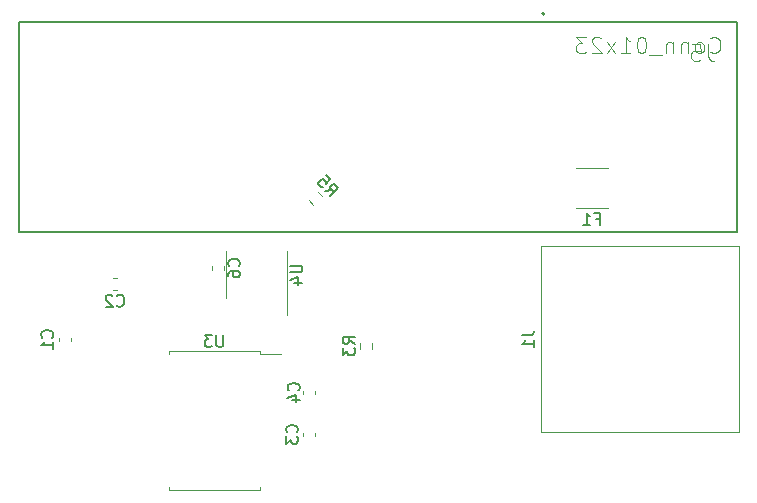
<source format=gbr>
%TF.GenerationSoftware,KiCad,Pcbnew,5.1.7-a382d34a8~88~ubuntu18.04.1*%
%TF.CreationDate,2021-02-25T09:30:43-05:00*%
%TF.ProjectId,DaqBoard,44617142-6f61-4726-942e-6b696361645f,rev?*%
%TF.SameCoordinates,Original*%
%TF.FileFunction,Legend,Bot*%
%TF.FilePolarity,Positive*%
%FSLAX46Y46*%
G04 Gerber Fmt 4.6, Leading zero omitted, Abs format (unit mm)*
G04 Created by KiCad (PCBNEW 5.1.7-a382d34a8~88~ubuntu18.04.1) date 2021-02-25 09:30:43*
%MOMM*%
%LPD*%
G01*
G04 APERTURE LIST*
%ADD10C,0.120000*%
%ADD11C,0.200000*%
%ADD12C,0.127000*%
%ADD13C,0.150000*%
%ADD14C,0.050000*%
G04 APERTURE END LIST*
D10*
%TO.C,C1*%
X116207000Y-97744233D02*
X116207000Y-98036767D01*
X115187000Y-97744233D02*
X115187000Y-98036767D01*
D11*
%TO.C,J5*%
X156310000Y-70325000D02*
G75*
G03*
X156310000Y-70325000I-100000J0D01*
G01*
D12*
X111810000Y-88825000D02*
X111810000Y-70975000D01*
X172610000Y-70975000D02*
X172610000Y-88825000D01*
X111810000Y-70975000D02*
X172610000Y-70975000D01*
X111810000Y-88825000D02*
X172610000Y-88825000D01*
D10*
%TO.C,J1*%
X172750800Y-90011200D02*
X172750800Y-105731200D01*
X172750800Y-105731200D02*
X156010800Y-105731200D01*
X172750800Y-90001200D02*
X156010800Y-90001200D01*
X156010800Y-90001200D02*
X156010800Y-105731200D01*
%TO.C,U4*%
X134513000Y-92391000D02*
X134513000Y-95841000D01*
X134513000Y-92391000D02*
X134513000Y-90441000D01*
X129393000Y-92391000D02*
X129393000Y-94341000D01*
X129393000Y-92391000D02*
X129393000Y-90441000D01*
%TO.C,U3*%
X132208000Y-99135000D02*
X134023000Y-99135000D01*
X132208000Y-98890000D02*
X132208000Y-99135000D01*
X128348000Y-98890000D02*
X132208000Y-98890000D01*
X124488000Y-98890000D02*
X124488000Y-99135000D01*
X128348000Y-98890000D02*
X124488000Y-98890000D01*
X132208000Y-110660000D02*
X132208000Y-110415000D01*
X128348000Y-110660000D02*
X132208000Y-110660000D01*
X124488000Y-110660000D02*
X124488000Y-110415000D01*
X128348000Y-110660000D02*
X124488000Y-110660000D01*
%TO.C,R5*%
X136731819Y-86467545D02*
X136371585Y-86107311D01*
X137470745Y-85728619D02*
X137110511Y-85368385D01*
%TO.C,R3*%
X141746500Y-98193776D02*
X141746500Y-98703224D01*
X140701500Y-98193776D02*
X140701500Y-98703224D01*
%TO.C,F1*%
X158948748Y-83380000D02*
X161721252Y-83380000D01*
X158948748Y-86800000D02*
X161721252Y-86800000D01*
%TO.C,C6*%
X128141000Y-91993767D02*
X128141000Y-91701233D01*
X129161000Y-91993767D02*
X129161000Y-91701233D01*
%TO.C,C4*%
X136908000Y-102242233D02*
X136908000Y-102534767D01*
X135888000Y-102242233D02*
X135888000Y-102534767D01*
%TO.C,C3*%
X135888000Y-106064267D02*
X135888000Y-105771733D01*
X136908000Y-106064267D02*
X136908000Y-105771733D01*
%TO.C,C2*%
X119791433Y-92708000D02*
X120083967Y-92708000D01*
X119791433Y-93728000D02*
X120083967Y-93728000D01*
%TO.C,C1*%
D13*
X114624142Y-97723833D02*
X114671761Y-97676214D01*
X114719380Y-97533357D01*
X114719380Y-97438119D01*
X114671761Y-97295261D01*
X114576523Y-97200023D01*
X114481285Y-97152404D01*
X114290809Y-97104785D01*
X114147952Y-97104785D01*
X113957476Y-97152404D01*
X113862238Y-97200023D01*
X113767000Y-97295261D01*
X113719380Y-97438119D01*
X113719380Y-97533357D01*
X113767000Y-97676214D01*
X113814619Y-97723833D01*
X114719380Y-98676214D02*
X114719380Y-98104785D01*
X114719380Y-98390500D02*
X113719380Y-98390500D01*
X113862238Y-98295261D01*
X113957476Y-98200023D01*
X114005095Y-98104785D01*
%TO.C,J5*%
D14*
X170139066Y-72892676D02*
X170139066Y-73893533D01*
X170205790Y-74093704D01*
X170339238Y-74227152D01*
X170539409Y-74293876D01*
X170672857Y-74293876D01*
X168804590Y-72892676D02*
X169471828Y-72892676D01*
X169538552Y-73559914D01*
X169471828Y-73493190D01*
X169338380Y-73426466D01*
X169004761Y-73426466D01*
X168871314Y-73493190D01*
X168804590Y-73559914D01*
X168737866Y-73693361D01*
X168737866Y-74026980D01*
X168804590Y-74160428D01*
X168871314Y-74227152D01*
X169004761Y-74293876D01*
X169338380Y-74293876D01*
X169471828Y-74227152D01*
X169538552Y-74160428D01*
X170341594Y-73525789D02*
X170408366Y-73592561D01*
X170608682Y-73659333D01*
X170742225Y-73659333D01*
X170942541Y-73592561D01*
X171076085Y-73459017D01*
X171142857Y-73325473D01*
X171209629Y-73058385D01*
X171209629Y-72858070D01*
X171142857Y-72590982D01*
X171076085Y-72457438D01*
X170942541Y-72323895D01*
X170742225Y-72257123D01*
X170608682Y-72257123D01*
X170408366Y-72323895D01*
X170341594Y-72390666D01*
X169540331Y-73659333D02*
X169673875Y-73592561D01*
X169740647Y-73525789D01*
X169807419Y-73392245D01*
X169807419Y-72991614D01*
X169740647Y-72858070D01*
X169673875Y-72791298D01*
X169540331Y-72724526D01*
X169340015Y-72724526D01*
X169206472Y-72791298D01*
X169139700Y-72858070D01*
X169072928Y-72991614D01*
X169072928Y-73392245D01*
X169139700Y-73525789D01*
X169206472Y-73592561D01*
X169340015Y-73659333D01*
X169540331Y-73659333D01*
X168471981Y-72724526D02*
X168471981Y-73659333D01*
X168471981Y-72858070D02*
X168405209Y-72791298D01*
X168271665Y-72724526D01*
X168071349Y-72724526D01*
X167937805Y-72791298D01*
X167871034Y-72924842D01*
X167871034Y-73659333D01*
X167203315Y-72724526D02*
X167203315Y-73659333D01*
X167203315Y-72858070D02*
X167136543Y-72791298D01*
X167002999Y-72724526D01*
X166802683Y-72724526D01*
X166669139Y-72791298D01*
X166602367Y-72924842D01*
X166602367Y-73659333D01*
X166268508Y-73792876D02*
X165200157Y-73792876D01*
X164599210Y-72257123D02*
X164465666Y-72257123D01*
X164332123Y-72323895D01*
X164265351Y-72390666D01*
X164198579Y-72524210D01*
X164131807Y-72791298D01*
X164131807Y-73125157D01*
X164198579Y-73392245D01*
X164265351Y-73525789D01*
X164332123Y-73592561D01*
X164465666Y-73659333D01*
X164599210Y-73659333D01*
X164732754Y-73592561D01*
X164799526Y-73525789D01*
X164866298Y-73392245D01*
X164933070Y-73125157D01*
X164933070Y-72791298D01*
X164866298Y-72524210D01*
X164799526Y-72390666D01*
X164732754Y-72323895D01*
X164599210Y-72257123D01*
X162796369Y-73659333D02*
X163597632Y-73659333D01*
X163197000Y-73659333D02*
X163197000Y-72257123D01*
X163330544Y-72457438D01*
X163464088Y-72590982D01*
X163597632Y-72657754D01*
X162328965Y-73659333D02*
X161594475Y-72724526D01*
X162328965Y-72724526D02*
X161594475Y-73659333D01*
X161127071Y-72390666D02*
X161060299Y-72323895D01*
X160926755Y-72257123D01*
X160592896Y-72257123D01*
X160459352Y-72323895D01*
X160392580Y-72390666D01*
X160325808Y-72524210D01*
X160325808Y-72657754D01*
X160392580Y-72858070D01*
X161193843Y-73659333D01*
X160325808Y-73659333D01*
X159858405Y-72257123D02*
X158990370Y-72257123D01*
X159457774Y-72791298D01*
X159257458Y-72791298D01*
X159123914Y-72858070D01*
X159057142Y-72924842D01*
X158990370Y-73058385D01*
X158990370Y-73392245D01*
X159057142Y-73525789D01*
X159123914Y-73592561D01*
X159257458Y-73659333D01*
X159658089Y-73659333D01*
X159791633Y-73592561D01*
X159858405Y-73525789D01*
%TO.C,J1*%
D13*
X154413180Y-97527866D02*
X155127466Y-97527866D01*
X155270323Y-97480247D01*
X155365561Y-97385009D01*
X155413180Y-97242152D01*
X155413180Y-97146914D01*
X155413180Y-98527866D02*
X155413180Y-97956438D01*
X155413180Y-98242152D02*
X154413180Y-98242152D01*
X154556038Y-98146914D01*
X154651276Y-98051676D01*
X154698895Y-97956438D01*
%TO.C,U4*%
X134805380Y-91629095D02*
X135614904Y-91629095D01*
X135710142Y-91676714D01*
X135757761Y-91724333D01*
X135805380Y-91819571D01*
X135805380Y-92010047D01*
X135757761Y-92105285D01*
X135710142Y-92152904D01*
X135614904Y-92200523D01*
X134805380Y-92200523D01*
X135138714Y-93105285D02*
X135805380Y-93105285D01*
X134757761Y-92867190D02*
X135472047Y-92629095D01*
X135472047Y-93248142D01*
%TO.C,U3*%
X129109904Y-97507380D02*
X129109904Y-98316904D01*
X129062285Y-98412142D01*
X129014666Y-98459761D01*
X128919428Y-98507380D01*
X128728952Y-98507380D01*
X128633714Y-98459761D01*
X128586095Y-98412142D01*
X128538476Y-98316904D01*
X128538476Y-97507380D01*
X128157523Y-97507380D02*
X127538476Y-97507380D01*
X127871809Y-97888333D01*
X127728952Y-97888333D01*
X127633714Y-97935952D01*
X127586095Y-97983571D01*
X127538476Y-98078809D01*
X127538476Y-98316904D01*
X127586095Y-98412142D01*
X127633714Y-98459761D01*
X127728952Y-98507380D01*
X128014666Y-98507380D01*
X128109904Y-98459761D01*
X128157523Y-98412142D01*
%TO.C,R5*%
X137730297Y-85344534D02*
X138302717Y-85243519D01*
X138134358Y-85748595D02*
X138841465Y-85041489D01*
X138572091Y-84772114D01*
X138471076Y-84738443D01*
X138403732Y-84738443D01*
X138302717Y-84772114D01*
X138201702Y-84873130D01*
X138168030Y-84974145D01*
X138168030Y-85041489D01*
X138201702Y-85142504D01*
X138471076Y-85411878D01*
X137797640Y-83997664D02*
X138134358Y-84334382D01*
X137831312Y-84704771D01*
X137831312Y-84637427D01*
X137797640Y-84536412D01*
X137629282Y-84368053D01*
X137528266Y-84334382D01*
X137460923Y-84334382D01*
X137359908Y-84368053D01*
X137191549Y-84536412D01*
X137157877Y-84637427D01*
X137157877Y-84704771D01*
X137191549Y-84805786D01*
X137359908Y-84974145D01*
X137460923Y-85007817D01*
X137528266Y-85007817D01*
%TO.C,R3*%
X140246380Y-98258333D02*
X139770190Y-97925000D01*
X140246380Y-97686904D02*
X139246380Y-97686904D01*
X139246380Y-98067857D01*
X139294000Y-98163095D01*
X139341619Y-98210714D01*
X139436857Y-98258333D01*
X139579714Y-98258333D01*
X139674952Y-98210714D01*
X139722571Y-98163095D01*
X139770190Y-98067857D01*
X139770190Y-97686904D01*
X139246380Y-98591666D02*
X139246380Y-99210714D01*
X139627333Y-98877380D01*
X139627333Y-99020238D01*
X139674952Y-99115476D01*
X139722571Y-99163095D01*
X139817809Y-99210714D01*
X140055904Y-99210714D01*
X140151142Y-99163095D01*
X140198761Y-99115476D01*
X140246380Y-99020238D01*
X140246380Y-98734523D01*
X140198761Y-98639285D01*
X140151142Y-98591666D01*
%TO.C,F1*%
X160668333Y-87668571D02*
X161001666Y-87668571D01*
X161001666Y-88192380D02*
X161001666Y-87192380D01*
X160525476Y-87192380D01*
X159620714Y-88192380D02*
X160192142Y-88192380D01*
X159906428Y-88192380D02*
X159906428Y-87192380D01*
X160001666Y-87335238D01*
X160096904Y-87430476D01*
X160192142Y-87478095D01*
%TO.C,C6*%
X130438142Y-91680833D02*
X130485761Y-91633214D01*
X130533380Y-91490357D01*
X130533380Y-91395119D01*
X130485761Y-91252261D01*
X130390523Y-91157023D01*
X130295285Y-91109404D01*
X130104809Y-91061785D01*
X129961952Y-91061785D01*
X129771476Y-91109404D01*
X129676238Y-91157023D01*
X129581000Y-91252261D01*
X129533380Y-91395119D01*
X129533380Y-91490357D01*
X129581000Y-91633214D01*
X129628619Y-91680833D01*
X129533380Y-92537976D02*
X129533380Y-92347500D01*
X129581000Y-92252261D01*
X129628619Y-92204642D01*
X129771476Y-92109404D01*
X129961952Y-92061785D01*
X130342904Y-92061785D01*
X130438142Y-92109404D01*
X130485761Y-92157023D01*
X130533380Y-92252261D01*
X130533380Y-92442738D01*
X130485761Y-92537976D01*
X130438142Y-92585595D01*
X130342904Y-92633214D01*
X130104809Y-92633214D01*
X130009571Y-92585595D01*
X129961952Y-92537976D01*
X129914333Y-92442738D01*
X129914333Y-92252261D01*
X129961952Y-92157023D01*
X130009571Y-92109404D01*
X130104809Y-92061785D01*
%TO.C,C4*%
X135485142Y-102195333D02*
X135532761Y-102147714D01*
X135580380Y-102004857D01*
X135580380Y-101909619D01*
X135532761Y-101766761D01*
X135437523Y-101671523D01*
X135342285Y-101623904D01*
X135151809Y-101576285D01*
X135008952Y-101576285D01*
X134818476Y-101623904D01*
X134723238Y-101671523D01*
X134628000Y-101766761D01*
X134580380Y-101909619D01*
X134580380Y-102004857D01*
X134628000Y-102147714D01*
X134675619Y-102195333D01*
X134913714Y-103052476D02*
X135580380Y-103052476D01*
X134532761Y-102814380D02*
X135247047Y-102576285D01*
X135247047Y-103195333D01*
%TO.C,C3*%
X135358142Y-105751333D02*
X135405761Y-105703714D01*
X135453380Y-105560857D01*
X135453380Y-105465619D01*
X135405761Y-105322761D01*
X135310523Y-105227523D01*
X135215285Y-105179904D01*
X135024809Y-105132285D01*
X134881952Y-105132285D01*
X134691476Y-105179904D01*
X134596238Y-105227523D01*
X134501000Y-105322761D01*
X134453380Y-105465619D01*
X134453380Y-105560857D01*
X134501000Y-105703714D01*
X134548619Y-105751333D01*
X134453380Y-106084666D02*
X134453380Y-106703714D01*
X134834333Y-106370380D01*
X134834333Y-106513238D01*
X134881952Y-106608476D01*
X134929571Y-106656095D01*
X135024809Y-106703714D01*
X135262904Y-106703714D01*
X135358142Y-106656095D01*
X135405761Y-106608476D01*
X135453380Y-106513238D01*
X135453380Y-106227523D01*
X135405761Y-106132285D01*
X135358142Y-106084666D01*
%TO.C,C2*%
X120104366Y-95005142D02*
X120151985Y-95052761D01*
X120294842Y-95100380D01*
X120390080Y-95100380D01*
X120532938Y-95052761D01*
X120628176Y-94957523D01*
X120675795Y-94862285D01*
X120723414Y-94671809D01*
X120723414Y-94528952D01*
X120675795Y-94338476D01*
X120628176Y-94243238D01*
X120532938Y-94148000D01*
X120390080Y-94100380D01*
X120294842Y-94100380D01*
X120151985Y-94148000D01*
X120104366Y-94195619D01*
X119723414Y-94195619D02*
X119675795Y-94148000D01*
X119580557Y-94100380D01*
X119342461Y-94100380D01*
X119247223Y-94148000D01*
X119199604Y-94195619D01*
X119151985Y-94290857D01*
X119151985Y-94386095D01*
X119199604Y-94528952D01*
X119771033Y-95100380D01*
X119151985Y-95100380D01*
%TD*%
M02*

</source>
